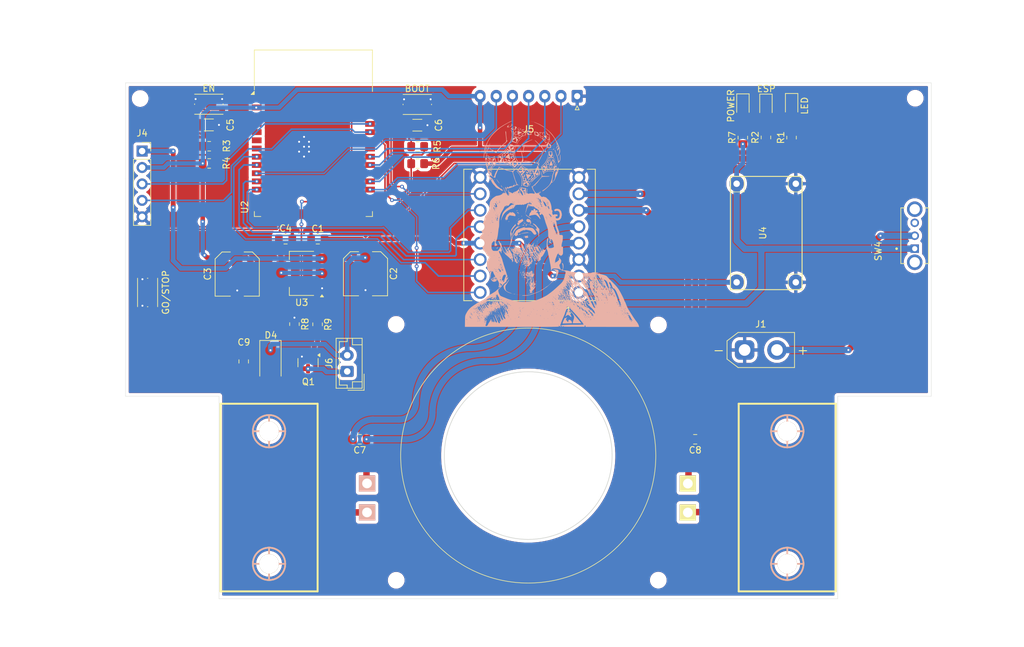
<source format=kicad_pcb>
(kicad_pcb (version 20241229) (generator "pcbnew") (generator_version "9.0")
  (layers (0 "F.Cu" signal) (2 "B.Cu" signal) (13 "F.Paste" user) (15 "B.Paste" user) (5 "F.SilkS" user "F.Silkscreen") (7 "B.SilkS" user "B.Silkscreen") (1 "F.Mask" user) (3 "B.Mask" user) (25 "Edge.Cuts" user))
  (net 0 "")
  (net 1 "GND")
  (net 2 "+5V")
  (net 3 "+3.3V")
  (net 4 "Net-(C5-Pad2)")
  (net 5 "Net-(C6-Pad2)")
  (net 6 "Net-(D1-A)")
  (net 7 "Net-(D2-A)")
  (net 8 "TXD0")
  (net 9 "EN")
  (net 10 "LED")
  (net 11 "RXD0")
  (net 12 "IO0")
  (net 13 "Net-(D3-A)")
  (net 14 "VCC")
  (net 22 "D23")
  (net 25 "Net-(U1-A01)")
  (net 26 "Net-(U1-A02)")
  (net 27 "Net-(U1-B01)")
  (net 28 "Net-(U1-B02)")
  (net 29 "Net-(J1-Pin_2)")
  (net 31 "M1")
  (net 32 "M0")
  (net 33 "M2")
  (net 34 "SIG")
  (net 35 "M3")
  (net 37 "BI1")
  (net 39 "PWMA")
  (net 44 "AI2")
  (net 45 "BI2")
  (net 47 "PWMB")
  (net 48 "AI1")
  (net 49 "D13")
  (net 50 "Net-(D4-A)")
  (net 51 "Net-(Q1-G)")
  (footprint "Capacitor_SMD:C_0805_2012Metric_Pad1.18x1.45mm_HandSolder" (layer "F.Cu") (at 166.5968 153.936798 -90)
    (property "Reference" "C9")
    (property "Value" "0.1uF")
  )
  (footprint "MountingHole:MountingHole_2.2mm_M2" (layer "F.Cu") (at 270.322 113.251998)
    (property "Reference" "H2" (hide yes))
    (property "Value" "Mounting_Hole")
  )
  (footprint "MountingHole:MountingHole_2.2mm_M2" (layer "F.Cu") (at 230.6668 148.296798)
    (property "Reference" "REF**" (hide yes))
    (property "Value" "MountingHole_2.2mm_M2")
  )
  (footprint "RF_Module:ESP32-WROOM-32" (layer "F.Cu") (at 177.3618 121.656798)
    (property "Reference" "U2")
    (property "Value" "ESP32-WROOM-32")
  )
  (footprint "LED_SMD:LED_0805_2012Metric_Pad1.15x1.40mm_HandSolder" (layer "F.Cu") (at 243.71 114.434999 -90)
    (property "Reference" "POWER")
    (property "Value" "POWER")
  )
  (footprint "Capacitor_SMD:C_0805_2012Metric_Pad1.18x1.45mm_HandSolder" (layer "F.Cu") (at 173.0676 135.046098)
    (property "Reference" "C4")
    (property "Value" "100n")
  )
  (footprint "Capacitor_SMD:C_1206_3216Metric_Pad1.33x1.80mm_HandSolder" (layer "F.Cu") (at 161.2168 117.376798 180)
    (property "Reference" "C5")
    (property "Value" "1n")
  )
  (footprint "Button_Switch_SMD:SW_Push_1P1T_NO_CK_KMR2" (layer "F.Cu") (at 161.2168 114.176798)
    (property "Reference" "EN")
    (property "Value" "ENABLE")
  )
  (footprint "MountingHole:MountingHole_2.2mm_M2" (layer "F.Cu") (at 190.1568 187.766798)
    (property "Reference" "REF**" (hide yes))
    (property "Value" "MountingHole_2.2mm_M2")
  )
  (footprint "Resistor_SMD:R_0805_2012Metric_Pad1.20x1.40mm_HandSolder" (layer "F.Cu") (at 193.4676 123.360798)
    (property "Reference" "R6")
    (property "Value" "10k")
  )
  (footprint "Connector_PinSocket_2.54mm:PinSocket_1x05_P2.54mm_Vertical" (layer "F.Cu") (at 150.9068 121.419998)
    (property "Reference" "J4")
    (property "Value" "Programador")
  )
  (footprint "MixLib:Mini360_step-down" (layer "F.Cu") (at 247.3068 134.086798 -90)
    (property "Reference" "U4")
    (property "Value" "Mini360")
  )
  (footprint "Capacitor_SMD:C_0805_2012Metric_Pad1.18x1.45mm_HandSolder" (layer "F.Cu") (at 236.3368 165.966798 180)
    (property "Reference" "C8")
    (property "Value" "100n" (hide yes))
  )
  (footprint "Button_Switch_SMD:SW_Push_1P1T_NO_CK_KMR2" (layer "F.Cu") (at 151.7568 143.276798 -90)
    (property "Reference" "GO/STOP")
    (property "Value" "GO/STOP")
  )
  (footprint "MountingHole:MountingHole_2.2mm_M2" (layer "F.Cu") (at 150.602 113.291998)
    (property "Reference" "H1" (hide yes))
    (property "Value" "Mounting_Hole")
  )
  (footprint "LED_SMD:LED_0805_2012Metric_Pad1.15x1.40mm_HandSolder" (layer "F.Cu") (at 247.266 114.4768 -90)
    (property "Reference" "ESP")
    (property "Value" "POWER")
  )
  (footprint "Bracket:Pololu_Micro_Bracket_Wheel_42mm" (layer "F.Cu") (at 170.5156 174.976798 90)
    (property "Reference" "Bracket1" (hide yes))
    (property "Value" "VAL**" (hide yes))
  )
  (footprint "Connector_JST:JST_XH_S7B-XH-A-1_1x07_P2.50mm_Horizontal" (layer "F.Cu") (at 218.1068 112.936798 180)
    (property "Reference" "J5")
    (property "Value" "Sensores")
  )
  (footprint "Resistor_SMD:R_0805_2012Metric_Pad1.20x1.40mm_HandSolder" (layer "F.Cu") (at 178.0068 148.196798 90)
    (property "Reference" "R9")
    (property "Value" "100")
  )
  (footprint "Diode_SMD:D_SMA" (layer "F.Cu") (at 170.7304 154.206798 -90)
    (property "Reference" "D4")
    (property "Value" "SS34")
  )
  (footprint "Resistor_SMD:R_0805_2012Metric_Pad1.20x1.40mm_HandSolder" (layer "F.Cu") (at 161.2668 120.676798)
    (property "Reference" "R3")
    (property "Value" "470")
  )
  (footprint "Connector_AMASS:AMASS_XT30UPB-M_1x02_P5.0mm_Vertical" (layer "F.Cu") (at 243.9668 152.166798)
    (property "Reference" "J1")
    (property "Value" "XT30")
  )
  (footprint "Capacitor_SMD:C_Elec_6.3x7.7" (layer "F.Cu") (at 165.6 140.430898 -90)
    (property "Reference" "C3")
    (property "Value" "100u")
  )
  (footprint "Package_TO_SOT_SMD:SOT-223-3_TabPin2" (layer "F.Cu") (at 175.5568 140.329298 180)
    (property "Reference" "U3")
    (property "Value" "AMS1117-3.3")
  )
  (footprint "Package_TO_SOT_SMD:SOT-23" (layer "F.Cu") (at 176.5368 154.125198 -90)
    (property "Reference" "Q1")
    (property "Value" "AO3400A")
  )
  (footprint "EESTN5:Cable_3_1,5mm" (layer "F.Cu") (at 235.1002 175.052998 90)
    (property "Reference" "J3" (hide yes))
    (property "Value" "Cable_PAD" (hide yes))
  )
  (footprint "Capacitor_SMD:C_1206_3216Metric_Pad1.33x1.80mm_HandSolder" (layer "F.Cu") (at 193.4168 117.417198 180)
    (property "Reference" "C6")
    (property "Value" "1n")
  )
  (footprint "Capacitor_SMD:C_0805_2012Metric_Pad1.18x1.45mm_HandSolder" (layer "F.Cu") (at 178.046 135.046098 180)
    (property "Reference" "C1")
    (property "Value" "100n")
  )
  (footprint "MountingHole:MountingHole_2.2mm_M2" (layer "F.Cu") (at 190.1468 148.206798)
    (property "Reference" "REF**" (hide yes))
    (property "Value" "MountingHole_2.2mm_M2")
  )
  (footprint "Resistor_SMD:R_0805_2012Metric_Pad1.20x1.40mm_HandSolder" (layer "F.Cu") (at 174.438 148.168798 -90)
    (property "Reference" "R8")
    (property "Value" "47k")
  )
  (footprint "Resistor_SMD:R_0805_2012Metric_Pad1.20x1.40mm_HandSolder" (layer "F.Cu") (at 251.2168 119.336798 90)
    (property "Reference" "R1")
    (property "Value" "470")
  )
  (footprint "Bracket:Pololu_Micro_Bracket_Wheel_42mm" (layer "F.Cu") (at 250.558 174.976798 -90)
    (property "Reference" "Bracket2" (hide yes))
    (property "Value" "VAL**" (hide yes))
  )
  (footprint "Connector_JST:JST_EH_B2B-EH-A_1x02_P2.50mm_Vertical" (layer "F.Cu") (at 182.5868 155.476798 90)
    (property "Reference" "J6")
    (property "Value" "Turbina")
  )
  (footprint "MixLib:SW_EG1247" (layer "F.Cu") (at 270.244301 134.506798 90)
    (property "Reference" "SW4")
    (property "Value" "SW_SPDT")
  )
  (footprint "Resistor_SMD:R_0805_2012Metric_Pad1.20x1.40mm_HandSolder" (layer "F.Cu") (at 161.2668 123.326798 180)
    (property "Reference" "R4")
    (property "Value" "10k")
  )
  (footprint "LED_SMD:LED_0805_2012Metric_Pad1.15x1.40mm_HandSolder" (layer "F.Cu") (at 251.2284 114.384198 -90)
    (property "Reference" "LED")
    (property "Value" "POWER")
  )
  (footprint "Capacitor_SMD:C_Elec_6.3x7.7" (layer "F.Cu") (at 185.412 140.380098 -90)
    (property "Reference" "C2")
    (property "Value" "100u")
  )
  (footprint "Resistor_SMD:R_0805_2012Metric_Pad1.20x1.40mm_HandSolder" (layer "F.Cu") (at 247.266 119.311799 90)
    (property "Reference" "R2")
    (property "Value" "1k")
  )
  (footprint "Resistor_SMD:R_0805_2012Metric_Pad1.20x1.40mm_HandSolder" (layer "F.Cu") (at 243.6984 119.336798 90)
    (property "Reference" "R7")
    (property "Value" "1k")
  )
  (footprint "Resistor_SMD:R_0805_2012Metric_Pad1.20x1.40mm_HandSolder" (layer "F.Cu") (at 193.4676 120.719198)
    (property "Reference" "R5")
    (property "Value" "470")
  )
  (footprint "Capacitor_SMD:C_0805_2012Metric_Pad1.18x1.45mm_HandSolder" (layer "F.Cu") (at 184.5268 165.966798 180)
    (property "Reference" "C7")
    (property "Value" "100n")
  )
  (footprint "TB6612FNG:MODULE_ROB-14450" (layer "F.Cu") (at 210.7492 134.381398 180)
    (property "Reference" "U1")
    (property "Value" "ROB-14450")
  )
  (footprint "MountingHole:MountingHole_2.2mm_M2" (layer "F.Cu") (at 230.6368 187.746798)
    (property "Reference" "REF**" (hide yes))
    (property "Value" "MountingHole_2.2mm_M2")
  )
  (footprint "Button_Switch_SMD:SW_Push_1P1T_NO_CK_KMR2" (layer "F.Cu") (at 193.4168 114.216798)
    (property "Reference" "BOOT")
    (property "Value" "BOOT")
  )
  (footprint "Library:diego_balon" (layer "B.Cu") (at 213.397484 131.315644 180)
    (property "Reference" "G***")
    (property "Value" "LOGO" (hide yes))
  )
  (footprint "EESTN5:Cable_3_1,5mm" (layer "B.Cu") (at 185.5434 175.040598 -90)
    (property "Reference" "J2" (hide yes))
    (property "Value" "Cable_PAD" (hide yes))
  )
  (gr_circle (center 210.5468 168.488798) (end 230.250185 168.488798) (stroke (width 0.1)) (fill no) (layer "F.SilkS"))
  (gr_line (start 148.3468 125.716798) (end 148.344271 159.316798) (stroke (width 0.05)) (layer "Edge.Cuts"))
  (gr_line (start 162.787069 190.636798) (end 258.3488 190.636798) (stroke (width 0.05)) (layer "Edge.Cuts"))
  (gr_line (start 162.787069 159.316798) (end 162.787069 190.636798) (stroke (width 0.05)) (layer "Edge.Cuts"))
  (gr_line (start 258.3488 159.316798) (end 272.791598 159.316798) (stroke (width 0.05)) (layer "Edge.Cuts"))
  (gr_line (start 148.346404 110.876798) (end 148.3468 125.716798) (stroke (width 0.05)) (layer "Edge.Cuts"))
  (gr_line (start 272.7868 110.876798) (end 148.342002 110.876798) (stroke (width 0.05)) (layer "Edge.Cuts"))
  (gr_line (start 148.344271 159.316798) (end 162.787069 159.316798) (stroke (width 0.05)) (layer "Edge.Cuts"))
  (gr_line (start 258.3488 190.636798) (end 258.3488 159.316798) (stroke (width 0.05)) (layer "Edge.Cuts"))
  (gr_circle (center 210.5468 168.488798) (end 223.5048 168.488798) (stroke (width 0.1)) (fill no) (layer "Edge.Cuts"))
  (gr_line (start 272.7868 110.876798) (end 272.791598 159.316798) (stroke (width 0.05)) (layer "Edge.Cuts"))
  (via (at 150.9568 141.226799) (size 0.6) (drill 0.3) (layers "F.Cu" "B.Cu") (net 1))
  (via (at 178.7068 142.629298) (size 0.6) (drill 0.3) (layers "F.Cu" "B.Cu") (net 1))
  (via (at 194.9793 117.417198) (size 0.6) (drill 0.3) (layers "F.Cu" "B.Cu") (net 1))
  (via (at 176.681801 120.746798) (size 0.6) (drill 0.3) (layers "F.Cu" "B.Cu") (net 1))
  (via (at 175.5868 153.187698) (size 0.6) (drill 0.3) (layers "F.Cu" "B.Cu") (net 1))
  (via (at 185.412 142.917597) (size 0.6) (drill 0.3) (layers "F.Cu" "B.Cu") (net 1))
  (via (at 174.438 147.168798) (size 0.6) (drill 0.3) (layers "F.Cu" "B.Cu") (net 1))
  (via (at 150.9568 145.326797) (size 0.6) (drill 0.3) (layers "F.Cu" "B.Cu") (net 1))
  (via (at 175.9193 119.221796) (size 0.6) (drill 0.3) (layers "F.Cu" "B.Cu") (net 1))
  (via (at 176.681799 119.984298) (size 0.6) (drill 0.3) (layers "F.Cu" "B.Cu") (net 1))
  (via (at 165.6 142.968397) (size 0.6) (drill 0.3) (layers "F.Cu" "B.Cu") (net 1))
  (via (at 191.366801 113.416798) (size 0.6) (drill 0.3) (layers "F.Cu" "B.Cu") (net 1))
  (via (at 175.9193 120.746798) (size 0.6) (drill 0.3) (layers "F.Cu" "B.Cu") (net 1))
  (via (at 159.166801 113.376798) (size 0.6) (drill 0.3) (layers "F.Cu" "B.Cu") (net 1))
  (via (at 195.466799 113.416798) (size 0.6) (drill 0.3) (layers "F.Cu" "B.Cu") (net 1))
  (via (at 162.7793 117.376798) (size 0.6) (drill 0.3) (layers "F.Cu" "B.Cu") (net 1))
  (via (at 175.1568 121.509298) (size 0.6) (drill 0.3) (layers "F.Cu" "B.Cu") (net 1))
  (via (at 176.6818 121.509298) (size 0.6) (drill 0.3) (layers "F.Cu" "B.Cu") (net 1))
  (via (at 175.1568 119.984297) (size 0.6) (drill 0.3) (layers "F.Cu" "B.Cu") (net 1))
  (via (at 175.9193 122.271798) (size 0.6) (drill 0.3) (layers "F.Cu" "B.Cu") (net 1))
  (via (at 163.266799 113.376798) (size 0.6) (drill 0.3) (layers "F.Cu" "B.Cu") (net 1))
  (segment (start 185.225301 138.029298) (end 185.3573 137.897298) (width 0.75) (layer "F.Cu") (net 2))
  (segment (start 209.2014 135.651398) (end 214.2814 140.731398) (width 0.75) (layer "F.Cu") (net 2))
  (segment (start 185.4516 135.631998) (end 185.412 135.631998) (width 0.75) (layer "F.Cu") (net 2))
  (segment (start 178.7068 138.029298) (end 185.225301 138.029298) (width 0.75) (layer "F.Cu") (net 2))
  (segment (start 185.412 135.631998) (end 184.8261 135.046098) (width 0.75) (layer "F.Cu") (net 2))
  (segment (start 184.8261 135.046098) (end 179.0835 135.046098) (width 0.75) (layer "F.Cu") (net 2))
  (segment (start 155.71 121.42) (end 155.71 130.14) (width 0.75) (layer "F.Cu") (net 2))
  (segment (start 214.2814 140.731398) (end 214.3368 140.731398) (width 0.75) (layer "F.Cu") (net 2))
  (segment (start 199.2814 135.651398) (end 198.6168 134.986798) (width 0.75) (layer "F.Cu") (net 2))
  (segment (start 209.1468 135.651398) (end 209.2014 135.651398) (width 0.75) (layer "F.Cu") (net 2))
  (segment (start 167.289301 152.206797) (end 166.5968 152.899298) (width 0.75) (layer "F.Cu") (net 2))
  (segment (start 185.412 137.842599) (end 185.412 135.631998) (width 0.75) (layer "F.Cu") (net 2))
  (segment (start 186.0968 134.986798) (end 185.4516 135.631998) (width 0.75) (layer "F.Cu") (net 2))
  (segment (start 198.6168 134.986798) (end 186.0968 134.986798) (width 0.75) (layer "F.Cu") (net 2))
  (segment (start 170.7304 152.206797) (end 167.289301 152.206797) (width 0.75) (layer "F.Cu") (net 2))
  (segment (start 200.5722 135.651398) (end 199.2814 135.651398) (width 0.75) (layer "F.Cu") (net 2))
  (segment (start 185.3573 137.897298) (end 185.412 137.842599) (width 0.75) (layer "F.Cu") (net 2))
  (via (at 155.71 121.42) (size 0.6) (drill 0.3) (layers "F.Cu" "B.Cu") (net 2))
  (via (at 170.7304 152.206797) (size 0.6) (drill 0.3) (layers "F.Cu" "B.Cu") (net 2))
  (via (at 178.7068 138.029298) (size 0.6) (drill 0.3) (layers "F.Cu" "B.Cu") (net 2))
  (via (at 200.5722 135.651398) (size 0.6) (drill 0.3) (layers "F.Cu" "B.Cu") (net 2))
  (via (at 214.3368 140.731398) (size 0.6) (drill 0.3) (layers "F.Cu" "B.Cu") (net 2))
  (via (at 185.3573 137.897298) (size 0.6) (drill 0.3) (layers "F.Cu" "B.Cu") (net 2))
  (via (at 209.1468 135.651398) (size 0.6) (drill 0.3) (layers "F.Cu" "B.Cu") (net 2))
  (via (at 155.71 130.14) (size 0.6) (drill 0.3) (layers "F.Cu" "B.Cu") (net 2))
  (segment (start 183.5463 137.897298) (end 185.3573 137.897298) (width 0.75) (layer "B.Cu") (net 2))
  (segment (start 179.1268 151.256798) (end 180.8468 152.976798) (width 0.75) (layer "B.Cu") (net 2))
  (segment (start 155.71 138.29) (end 155.71 130.14) (width 0.75) (layer "B.Cu") (net 2))
  (segment (start 178.7068 138.029298) (end 165.330702 138.029298) (width 0.75) (layer "B.Cu") (net 2))
  (segment (start 157.26 139.55) (end 156.91 139.55) (width 0.75) (layer "B.Cu") (net 2))
  (segment (start 203.1292 135.651398) (end 200.5722 135.651398) (width 0.75) (layer "B.Cu") (net 2))
  (segment (start 163.9 139.46) (end 163.81 139.55) (width 0.75) (layer "B.Cu") (net 2))
  (segment (start 218.3692 140.731398) (end 214.3368 140.731398) (width 0.75) (layer "B.Cu") (net 2))
  (segment (start 156.91 139.55) (end 155.68 138.32) (width 0.75) (layer "B.Cu") (net 2))
  (segment (start 150.9068 121.419998) (end 155.709998 121.419998) (width 0.75) (layer "B.Cu") (net 2))
  (segment (start 155.71 121.42) (end 154.79 121.42) (width 0.75) (layer "B.Cu") (net 2))
  (segment (start 163.81 139.55) (end 157.26 139.55) (width 0.75) (layer "B.Cu") (net 2))
  (segment (start 223.8614 140.731398) (end 218.3692 140.731398) (width 0.75) (layer "B.Cu") (net 2))
  (segment (start 182.5868 152.976798) (end 182.5868 138.856798) (width 0.75) (layer "B.Cu") (net 2))
  (segment (start 155.709998 121.419998) (end 155.71 121.42) (width 0.75) (layer "B.Cu") (net 2))
  (segment (start 171.0068 151.256798) (end 179.1268 151.256798) (width 0.75) (layer "B.Cu") (net 2))
  (segment (start 170.7304 152.206797) (end 170.7304 151.533198) (width 0.75) (layer "B.Cu") (net 2))
  (segment (start 180.8468 152.976798) (end 182.5868 152.976798) (width 0.75) (layer "B.Cu") (net 2))
  (segment (start 205.0568 135.651398) (end 203.1292 135.651398) (width 0.75) (layer "B.Cu") (net 2))
  (segment (start 165.330702 138.029298) (end 163.9 139.46) (width 0.75) (layer "B.Cu") (net 2))
  (segment (start 242.7368 141.706798) (end 224.8368 141.706798) (width 0.75) (layer "B.Cu") (net 2))
  (segment (start 182.5868 138.856798) (end 183.5463 137.897298) (width 0.75) (layer "B.Cu") (net 2))
  (segment (start 170.7304 151.533198) (end 171.0068 151.256798) (width 0.75) (layer "B.Cu") (net 2))
  (segment (start 155.68 138.32) (end 155.71 138.29) (width 0.75) (layer "B.Cu") (net 2))
  (segment (start 200.5722 135.651398) (end 200.5668 135.656798) (width 0.75) (layer "B.Cu") (net 2))
  (segment (start 224.8368 141.706798) (end 223.8614 140.731398) (width 0.75) (layer "B.Cu") (net 2))
  (segment (start 209.1468 135.651398) (end 205.0568 135.651398) (width 0.75) (layer "B.Cu") (net 2))
  (segment (start 160.923401 137.893399) (end 165.6 137.893399) (width 0.7) (layer "F.Cu") (net 3))
  (segment (start 214.1568 121.036798) (end 214.766 121.645998) (width 0.7) (layer "F.Cu") (net 3))
  (segment (start 172.406801 140.329298) (end 172.406801 140.236798) (width 0.7) (layer "F.Cu") (net 3))
  (segment (start 214.766 121.645998) (end 246.5876 121.645998) (width 0.7) (layer "F.Cu") (net 3))
  (segment (start 167.053401 137.893399) (end 165.6 137.893399) (width 0.7) (layer "F.Cu") (net 3))
  (segment (start 196.4628 123.360798) (end 198.7768 121.046798) (width 0.7) (layer "F.Cu") (net 3))
  (segment (start 203.1068 121.056798) (end 203.1268 121.036798) (width 0.7) (layer "F.Cu") (net 3))
  (segment (start 203.0968 121.046798) (end 203.1068 121.056798) (width 0.7) (layer "F.Cu") (net 3))
  (segment (start 194.4676 123.360798) (end 194.4668 123.359998) (width 0.25) (layer "F.Cu") (net 3))
  (segment (start 172.406801 137.596799) (end 172.0301 137.220098) (width 0.7) (layer "F.Cu") (net 3))
  (segment (start 198.7768 121.046798) (end 203.0968 121.046798) (width 0.7) (layer "F.Cu") (net 3))
  (segment (start 247.266 120.967598) (end 247.266 120.311799) (width 0.7) (layer "F.Cu") (net 3))
  (segment (start 203.1268 121.036798) (end 214.1568 121.036798) (width 0.7) (layer "F.Cu") (net 3))
  (segment (start 203.1068 121.056798) (end 203.1068 117.786798) (width 0.7) (layer "F.Cu") (net 3))
  (segment (start 160.2668 123.326798) (end 160.2668 132.336798) (width 0.7) (layer "F.Cu") (net 3))
  (segment (start 172.406801 140.329298) (end 169.4893 140.329298) (width 0.7) (layer "F.Cu") (net 3))
  (segment (start 172.0301 137.220098) (end 172.0301 135.046098) (width 0.7) (layer "F.Cu") (net 3))
  (segment (start 194.4676 123.360798) (end 196.4628 123.360798) (width 0.7) (layer "F.Cu") (net 3))
  (segment (start 160.540001 137.509999) (end 160.923401 137.893399) (width 0.7) (layer "F.Cu") (net 3))
  (segment (start 246.5876 121.645998) (end 247.266 120.967598) (width 0.7) (layer "F.Cu") (net 3))
  (segment (start 172.406801 140.236798) (end 172.406801 137.596799) (width 0.7) (layer "F.Cu") (net 3))
  (segment (start 169.4893 140.329298) (end 167.053401 137.893399) (width 0.7) (layer "F.Cu") (net 3))
  (via (at 160.540001 137.509999) (size 0.6) (drill 0.3) (layers "F.Cu" "B.Cu") (net 3))
  (via (at 178.706799 140.329298) (size 0.6) (drill 0.3) (layers "F.Cu" "B.Cu") (net 3))
  (via (at 203.1068 117.786798) (size 0.6) (drill 0.3) (layers "F.Cu" "B.Cu") (net 3))
  (via (at 160.2668 123.326798) (size 0.6) (drill 0.3) (layers "F.Cu" "B.Cu") (net 3))
  (via (at 172.406801 140.236798) (size 0.6) (drill 0.3) (layers "F.Cu" "B.Cu") (net 3))
  (via (at 168.5368 114.696798) (size 0.6) (drill 0.3) (layers "F.Cu" "B.Cu") (net 3))
  (via (at 160.2668 132.336798) (size 0.6) (drill 0.3) (layers "F.Cu" "B.Cu") (net 3))
  (segment (start 203.1068 112.936798) (end 198.2968 112.936798) (width 0.7) (layer "B.Cu") (net 3))
  (segment (start 178.614299 140.236798) (end 178.706799 140.329298) (width 0.7) (layer "B.Cu") (net 3))
  (segment (start 203.1068 112.936798) (end 203.1068 117.786798) (width 0.7) (layer "B.Cu") (net 3))
  (segment (start 198.2968 112.936798) (end 197.2868 111.926798) (width 0.7) (layer "B.Cu") (net 3))
  (segment (start 172.0668 114.696798) (end 168.5368 114.696798) (width 0.7) (layer "B.Cu") (net 3))
  (segment (start 160.2668 123.326798) (end 160.2668 115.796798) (width 0.7) (layer "B.Cu") (net 3))
  (segment (start 154.9032 123.326798) (end 154.27 123.959998) (width 0.7) (layer "B.Cu") (net 3))
  (segment (start 154.27 123.959998) (end 150.9068 123.959998) (width 0.7) (layer "B.Cu") (net 3))
  (segment (start 160.2668 123.326798) (end 154.9032 123.326798) (width 0.7) (layer "B.Cu") (net 3))
  (segment (start 197.2868 111.926798) (end 174.8368 111.926798) (width 0.7) (layer "B.Cu") (net 3))
  (segment (start 174.8368 111.926798) (end 172.0668 114.696798) (width 0.7) (layer "B.Cu") (net 3))
  (segment (start 172.406801 140.236798) (end 178.614299 140.236798) (width 0.7) (layer "B.Cu") (net 3))
  (segment (start 160.540001 137.509999) (end 160.2668 137.236798) (width 0.7) (layer "B.Cu") (net 3))
  (segment (start 160.2668 115.796798) (end 161.3668 114.696798) (width 0.7) (layer "B.Cu") (net 3))
  (segment (start 161.3668 114.696798) (end 168.5368 114.696798) (width 0.7) (layer "B.Cu") (net 3))
  (segment (start 160.2668 137.236798) (end 160.2668 132.336798) (width 0.7) (layer "B.Cu") (net 3))
  (segment (start 159.6543 117.376798) (end 159.6543 118.504298) (width 0.25) (layer "F.Cu") (net 4))
  (segment (start 160.2668 119.116798) (end 160.2668 120.676798) (width 0.25) (layer "F.Cu") (net 4))
  (segment (start 159.166801 115.866799) (end 159.6543 116.354298) (width 0.25) (layer "F.Cu") (net 4))
  (segment (start 159.166801 114.976798) (end 159.166801 115.866799) (width 0.25) (layer "F.Cu") (net 4))
  (segment (start 159.166801 114.976798) (end 163.266799 114.976798) (width 0.25) (layer "F.Cu") (net 4))
  (segment (start 159.6543 118.504298) (end 160.2668 119.116798) (width 0.25) (layer "F.Cu") (net 4))
  (segment (start 159.6543 116.354298) (end 159.6543 117.376798) (width 0.25) (layer "F.Cu") (net 4))
  (segment (start 192.4676 119.837598) (end 191.8543 119.224298) (width 0.25) (layer "F.Cu") (net 5))
  (segment (start 191.3568 116.146798) (end 191.366801 116.136797) (width 0.25) (layer "F.Cu") (net 5))
  (segment (start 191.8543 117.417198) (end 191.8543 116.644298) (width 0.25) (layer "F.Cu") (net 5))
  (segment (start 191.8543 119.224298) (end 191.8543 117.417198) (width 0.25) (layer "F.Cu") (net 5))
  (segment (start 192.4676 120.719198) (end 192.4676 119.837598) (width 0.25) (layer "F.Cu") (net 5))
  (segment (start 191.366801 115.016798) (end 195.466799 115.016798) (width 0.25) (layer "F.Cu") (net 5))
  (segment (start 191.8543 116.644298) (end 191.3568 116.146798) (width 0.25) (layer "F.Cu") (net 5))
  (segment (start 191.366801 116.136797) (end 191.366801 115.016798) (width 0.25) (layer "F.Cu") (net 5))
  (segment (start 251.2168 115.420797) (end 251.2284 115.409197) (width 0.75) (layer "F.Cu") (net 6))
  (segment (start 251.2168 118.336798) (end 251.2168 115.420797) (width 0.75) (layer "F.Cu") (net 6))
  (segment (start 247.266 118.311799) (end 247.266 115.501799) (width 0.75) (layer "F.Cu") (net 7))
  (via (at 186.1118 117.216798) (size 0.6) (drill 0.3) (layers "F.Cu" "B.Cu") (net 8))
  (segment (start 163.410002 126.499998) (end 150.9068 126.499998) (width 0.25) (layer "B.Cu") (net 8))
  (segment (start 163.9668 125.9432) (end 163.410002 126.499998) (width 0.25) (layer "B.Cu") (net 8))
  (segment (start 163.9668 123.066798) (end 163.9668 125.9432) (width 0.25) (layer "B.Cu") (net 8))
  (segment (start 169.8168 117.216798) (end 163.9668 123.066798) (width 0.25) (layer "B.Cu") (net 8))
  (segment (start 186.1118 117.216798) (end 169.8168 117.216798) (width 0.25) (layer "B.Cu") (net 8))
  (segment (start 165.2068 119.976798) (end 164.5068 120.676798) (width 0.25) (layer "F.Cu") (net 9))
  (segment (start 167.0168 115.946798) (end 165.2068 117.756798) (width 0.25) (layer "F.Cu") (net 9))
  (segment (start 164.5068 120.676798) (end 162.2668 120.676798) (width 0.25) (layer "F.Cu") (net 9))
  (segment (start 162.2668 123.326798) (end 162.2668 120.676798) (width 0.25) (layer "F.Cu") (net 9))
  (segment (start 165.2068 117.756798) (end 165.2068 119.976798) (width 0.25) (layer "F.Cu") (net 9))
  (segment (start 168.611799 115.946798) (end 167.0168 115.946798) (width 0.25) (layer "F.Cu") (net 9))
  (segment (start 251.2168 122.506798) (end 251.2168 120.336798) (width 0.25) (layer "F.Cu") (net 10))
  (segment (start 191.2868 131.166798) (end 199.1218 123.331798) (width 0.25) (layer "F.Cu") (net 10))
  (segment (start 199.1218 123.331798) (end 250.3918 123.331798) (width 0.25) (layer "F.Cu") (net 10))
  (segment (start 183.0818 131.166798) (end 191.2868 131.166798) (width 0.25) (layer "F.Cu") (net 10))
  (segment (start 250.3918 123.331798) (end 251.2168 122.506798) (width 0.25) (layer "F.Cu") (net 10))
  (via (at 186.111802 118.486798) (size 0.6) (drill 0.3) (layers "F.Cu" "B.Cu") (net 11))
  (segment (start 183.3068 118.036798) (end 173.9568 118.036798) (width 0.25) (layer "B.Cu") (net 11))
  (segment (start 163.460002 129.039998) (end 150.9068 129.039998) (width 0.25) (layer "B.Cu") (net 11))
  (segment (start 173.9568 118.036798) (end 170.9168 121.076798) (width 0.25) (layer "B.Cu") (net 11))
  (segment (start 164.6888 123.730225) (end 164.6888 127.8112) (width 0.25) (layer "B.Cu") (net 11))
  (segment (start 170.9168 121.076798) (end 167.342227 121.076798) (width 0.25) (layer "B.Cu") (net 11))
  (segment (start 167.342227 121.076798) (end 164.6888 123.730225) (width 0.25) (layer "B.Cu") (net 11))
  (segment (start 164.6888 127.8112) (end 163.460002 129.039998) (width 0.25) (layer "B.Cu") (net 11))
  (segment (start 186.111802 118.486798) (end 183.7568 118.486798) (width 0.25) (layer "B.Cu") (net 11))
  (segment (start 183.7568 118.486798) (end 183.3068 118.036798) (width 0.25) (layer "B.Cu") (net 11))
  (segment (start 192.4676 122.335998) (end 192.7968 122.006798) (width 0.25) (layer "F.Cu") (net 12))
  (segment (start 192.7968 122.006798) (end 194.1468 122.006798) (width 0.25) (layer "F.Cu") (net 12))
  (segment (start 192.4676 123.360798) (end 192.4676 127.425999) (width 0.25) (layer "F.Cu") (net 12))
  (segment (start 194.4668 120.719998) (end 194.4676 120.719198) (width 0.25) (layer "F.Cu") (net 12))
  (segment (start 192.4676 127.425999) (end 189.9768 129.916799) (width 0.25) (layer "F.Cu") (net 12))
  (segment (start 186.1118 129.916799) (end 189.9768 129.916799) (width 0.25) (layer "F.Cu") (net 12))
  (segment (start 192.4676 123.360798) (end 192.4676 122.335998) (width 0.25) (layer "F.Cu") (net 12))
  (segment (start 194.1468 122.006798) (end 194.4676 121.685998) (width 0.25) (layer "F.Cu") (net 12))
  (segment (start 194.4676 121.685998) (end 194.4676 120.719198) (width 0.25) (layer "F.Cu") (net 12))
  (segment (start 243.6984 118.336798) (end 243.6984 115.471598) (width 0.75) (layer "F.Cu") (net 13))
  (segment (start 243.6984 115.471598) (end 243.71 115.459998) (width 0.75) (layer "F.Cu") (net 13))
  (via (at 243.6984 120.336798) (size 0.6) (drill 0.3) (layers "F.Cu" "B.Cu") (net 14))
  (segment (start 243.6984 123.305198) (end 242.7368 124.266798) (width 0.75) (layer "B.Cu") (net 14))
  (segment (start 246.3968 136.52) (end 244 136.52) (width 1) (layer "B.Cu") (net 14))
  (segment (start 224.1068 144.956798) (end 244.2168 144.956798) (width 1) (layer "B.Cu") (net 14))
  (segment (start 246.710001 136.506799) (end 270.244301 136.506799) (width 1) (layer "B.Cu") (net 14))
  (segment (start 246.5468 142.626798) (end 246.5468 136.67) (width 1) (layer "B.Cu") (net 14))
  (segment (start 246.5468 136.67) (end 246.710001 136.506799) (width 1) (layer "B.Cu") (net 14))
  (segment (start 246.5468 136.67) (end 246.3968 136.52) (width 1) (layer "B.Cu") (net 14))
  (segment (start 242.7368 124.266798) (end 242.7368 126.466798) (width 0.75) (layer "B.Cu") (net 14))
  (segment (start 243.6984 120.336798) (end 243.6984 123.305198) (width 0.75) (layer "B.Cu") (net 14))
  (segment (start 244 136.52) (end 242.7368 135.2568) (width 1) (layer "B.Cu") (net 14))
  (segment (start 244.2168 144.956798) (end 246.5468 142.626798) (width 1) (layer "B.Cu") (net 14))
  (segment (start 218.3692 143.271398) (end 222.4214 143.271398) (width 1) (layer "B.Cu") (net 14))
  (segment (start 222.4214 143.271398) (end 224.1068 144.956798) (width 1) (layer "B.Cu") (net 14))
  (segment (start 242.7368 135.2568) (end 242.7368 126.466798) (width 1) (layer "B.Cu") (net 14))
  (segment (start 177.2568 144.966798) (end 176.5968 144.966798) (width 0.25) (layer "F.Cu") (net 22))
  (segment (start 183.27 116.35) (end 184.943202 114.676798) (width 0.25) (layer "F.Cu") (net 22))
  (segment (start 175.600002 129.24) (end 180.98 129.24) (width 0.25) (layer "F.Cu") (net 22))
  (segment (start 180.98 129.24) (end 183.27 126.95) (width 0.25) (layer "F.Cu") (net 22))
  (segment (start 175.5168 143.886798) (end 175.5168 132.736798) (width 0.25) (layer "F.Cu") (net 22))
  (segment (start 175.5868 129.226798) (end 175.600002 129.24) (width 0.25) (layer "F.Cu") (net 22))
  (segment (start 178.0068 145.716798) (end 177.5368 145.246798) (width 0.25) (layer "F.Cu") (net 22))
  (segment (start 184.943202 114.676798) (end 186.1118 114.676798) (width 0.25) (layer "F.Cu") (net 22))
  (segment (start 177.5368 145.246798) (end 177.2568 144.966798) (width 0.25) (layer "F.Cu") (net 22))
  (segment (start 183.27 126.95) (end 183.27 116.35) (width 0.25) (layer "F.Cu") (net 22))
  (segment (start 176.5968 144.966798) (end 175.5168 143.886798) (width 0.25) (layer "F.Cu") (net 22))
  (segment (start 178.0068 147.196798) (end 178.0068 145.716798) (width 0.25) (layer "F.Cu") (net 22))
  (via (at 175.5168 132.736798) (size 0.6) (drill 0.3) (layers "F.Cu" "B.Cu") (net 22))
  (via (at 175.5868 129.226798) (size 0.6) (drill 0.3) (layers "F.Cu" "B.Cu") (net 22))
  (segment (start 175.5868 129.226798) (end 175.5168 129.296798) (width 0.25) (layer "B.Cu") (net 22))
  (segment (start 175.5168 129.296798) (end 175.5168 132.736798) (width 0.25) (layer "B.Cu") (net 22))
  (segment (start 185.645 172.797798) (end 185.5643 172.717098) (width 1) (layer "F.Cu") (net 25))
  (segment (start 185.5643 172.717098) (end 185.5643 165.966798) (width 1) (layer "F.Cu") (net 25))
  (via (at 185.5643 165.966798) (size 0.6) (drill 0.3) (layers "F.Cu" "B.Cu") (net 25))
  (segment (start 212.1668 140.166798) (end 212.1668 146.206798) (width 1) (layer "B.Cu") (net 25))
  (segment (start 185.5643 165.966798) (end 191.6468 165.966798) (width 1) (layer "B.Cu") (net 25))
  (segment (start 218.3692 135.651398) (end 216.6822 135.651398) (width 1) (layer "B.Cu") (net 25))
  (segment (start 204.4968 153.876798) (end 203.7368 153.876798) (width 1) (layer "B.Cu") (net 25))
  (arc (start 216.6822 135.651398) (mid 213.48933 136.973928) (end 212.1668 140.166798) (width 1) (layer "B.Cu") (net 25))
  (arc (start 203.7368 153.876798) (mid 198.094088 156.214086) (end 195.7568 161.856798) (width 1) (layer "B.Cu") (net 25))
  (arc (start 212.1668 146.206798) (mid 209.920309 151.630307) (end 204.4968 153.876798) (width 1) (layer "B.Cu") (net 25))
  (arc (start 191.6468 165.966798) (mid 194.553009 164.763007) (end 195.7568 161.856798) (width 1) (layer "B.Cu") (net 25))
  (segment (start 182.5368 165.966798) (end 181.8268 166.676798) (width 1) (layer "F.Cu") (net 26))
  (segment (start 181.8268 166.676798) (end 181.8268 176.246798) (width 1) (layer "F.Cu") (net 26))
  (segment (start 181.8268 176.246798) (end 182.8558 177.275798) (width 1) (layer "F.Cu") (net 26))
  (segment (start 183.4893 165.966798) (end 182.5368 165.966798) (width 1) (layer "F.Cu") (net 26))
  (segment (start 182.8558 177.275798) (end 185.645 177.275798) (width 1) (layer "F.Cu") (net 26))
  (via (at 183.4893 165.966798) (size 0.6) (drill 0.3) (layers "F.Cu" "B.Cu") (net 26))
  (segment (start 209.5968 140.916798) (end 209.5968 141.356798) (width 1) (layer "B.Cu") (net 26))
  (segment (start 186.5293 162.926798) (end 190.568398 162.926798) (width 1) (layer "B.Cu") (net 26))
  (segment (start 209.5968 141.356798) (end 209.5968 143.898401) (width 1) (layer "B.Cu") (net 26))
  (segment (start 218.3692 133.111398) (end 217.4022 133.111398) (width 1) (layer "B.Cu") (net 26))
  (arc (start 217.4022 133.111398) (mid 211.882949 135.397547) (end 209.5968 140.916798) (width 1) (layer "B.Cu") (net 26))
  (arc (start 183.4893 165.966798) (mid 184.379695 163.817193) (end 186.5293 162.926798) (width 1) (layer "B.Cu") (net 26))
  (arc (start 201.628401 151.866798) (mid 207.262911 149.532909) (end 209.5968 143.898401) (width 1) (layer "B.Cu") (net 26))
  (arc (start 193.188398 160.306798) (mid 195.660418 154.338818) (end 201.628401 151.866798) (width 1) (layer "B.Cu") (net 26))
  (arc (start 190.568398 162.926798) (mid 192.421018 162.159418) (end 193.188398 160.306798) (width 1) (layer "B.Cu") (net 26))
  (segment (start 237.3743 165.966798) (end 238.4868 165.966798) (width 1) (layer "F.Cu") (net 27))
  (segment (start 238.1178 177.225798) (end 235.3286 177.225798) (width 1) (layer "F.Cu") (net 27))
  (segment (start 238.4868 165.966798) (end 239.1468 166.626798) (width 1) (layer "F.Cu") (net 27))
  (segment (start 239.1468 166.626798) (end 239.1468 176.196798) (width 1) (layer "F.Cu") (net 27))
  (segment (start 227.8368 128.031398) (end 229.5814 128.031398) (width 1) (layer "F.Cu") (net 27))
  (segment (start 237.4168 165.924298) (end 237.3743 165.966798) (width 1) (layer "F.Cu") (net 27))
  (segment (start 237.4168 135.866798) (end 237.4168 165.924298) (width 1) (layer "F.Cu") (net 27))
  (segment (start 239.1468 176.196798) (end 238.1178 177.225798) (width 1) (layer "F.Cu") (net 27))
  (segment (start 229.5814 128.031398) (end 237.4168 135.866798) (width 1) (layer "F.Cu") (net 27))
  (via (at 227.8368 128.031398) (size 0.6) (drill 0.3) (layers "F.Cu" "B.Cu") (net 27))
  (segment (start 227.8368 128.031398) (end 218.3692 128.031398) (width 1) (layer "B.Cu") (net 27))
  (segment (start 235.2668 137.076798) (end 235.2668 165.934298) (width 1) (layer "F.Cu") (net 28))
  (segment (start 235.2993 172.720298) (end 235.2993 166.361798) (width 1) (layer "F.Cu") (net 28))
  (segment (start 235.2993 166.361798) (end 235.2018 166.264298) (width 1) (layer "F.Cu") (net 28))
  (segment (start 228.7614 130.571398) (end 235.2668 137.076798) (width 1) (layer "F.Cu") (net 28))
  (segment (start 235.2018 172.817798) (end 235.2993 172.720298) (width 1) (layer "F.Cu") (net 28))
  (via (at 228.7614 130.571398) (size 0.6) (drill 0.3) (layers "F.Cu" "B.Cu") (net 28))
  (arc (start 235.2668 165.934298) (mid 235.276319 165.957279) (end 235.2993 165.966798) (width 1) (layer "F.Cu") (net 28))
  (segment (start 228.7614 130.571398) (end 218.3692 130.571398) (width 1) (layer "B.Cu") (net 28))
  (segment (start 264.1468 148.016798) (end 264.1468 135.316798) (width 1) (layer "F.Cu") (net 29))
  (segment (start 264.1468 135.316798) (end 264.9568 134.506798) (width 1) (layer "F.Cu") (net 29))
  (segment (start 259.9968 152.166798) (end 264.1468 148.016798) (width 1) (layer "F.Cu") (net 29))
  (via (at 259.9968 152.166798) (size 0.6) (drill 0.3) (layers "F.Cu" "B.Cu") (net 29))
  (via (at 264.9568 134.506798) (size 0.6) (drill 0.3) (layers "F.Cu" "B.Cu") (net 29))
  (segment (start 264.9568 134.506798) (end 270.244301 134.506798) (width 1) (layer "B.Cu") (net 29))
  (segment (start 248.9668 152.166798) (end 259.9968 152.166798) (width 1) (layer "B.Cu") (net 29))
  (via (at 186.1118 123.566798) (size 0.6) (drill 0.3) (layers "F.Cu" "B.Cu") (net 31))
  (segment (start 210.6068 112.936798) (end 210.6068 119.446798) (width 0.25) (layer "B.Cu") (net 31))
  (segment (start 210.6068 119.446798) (end 208.4068 121.646798) (width 0.25) (layer "B.Cu") (net 31))
  (segment (start 187.6068 123.566798) (end 186.1118 123.566798) (width 0.25) (layer "B.Cu") (net 31))
  (segment (start 189.5268 121.646798) (end 187.6068 123.566798) (width 0.25) (layer "B.Cu") (net 31))
  (segment (start 208.4068 121.646798) (end 189.5268 121.646798) (width 0.25) (layer "B.Cu") (net 31))
  (via (at 186.111801 122.296798) (size 0.6) (drill 0.3) (layers "F.Cu" "B.Cu") (net 32))
  (segment (start 188.7468 121.046798) (end 187.4968 122.296798) (width 0.25) (layer "B.Cu") (net 32))
  (segment (start 206.8468 121.046798) (end 188.7468 121.046798) (width 0.25) (layer "B.Cu") (net 32))
  (segment (start 187.4968 122.296798) (end 186.111801 122.296798) (width 0.25) (layer "B.Cu") (net 32))
  (segment (start 208.1068 112.936798) (end 208.1068 119.786798) (width 0.25) (layer "B.Cu") (net 32))
  (segment (start 208.1068 119.786798) (end 206.8468 121.046798) (width 0.25) (layer "B.Cu") (net 32))
  (via (at 186.111799 126.106798) (size 0.6) (drill 0.3) (layers "F.Cu" "B.Cu") (net 33))
  (segment (start 186.111799 126.106798) (end 187.5868 126.106798) (width 0.25) (layer "B.Cu") (net 33))
  (segment (start 187.5868 126.106798) (end 191.3468 122.346798) (width 0.25) (layer "B.Cu") (net 33))
  (segment (start 191.3468 122.346798) (end 210.2868 122.346798) (width 0.25) (layer "B.Cu") (net 33))
  (segment (start 213.1068 112.936798) (end 213.1068 119.526798) (width 0.25) (layer "B.Cu") (net 33))
  (segment (start 210.2868 122.346798) (end 213.1068 119.526798) (width 0.25) (layer "B.Cu") (net 33))
  (via (at 168.5768 124.866798) (size 0.6) (drill 0.3) (layers "F.Cu" "B.Cu") (net 34))
  (segment (start 205.6268 113.156798) (end 205.6068 113.176798) (width 0.25) (layer "B.Cu") (net 34))
  (segment (start 205.6068 113.176798) (end 205.6068 117.986798) (width 0.25) (layer "B.Cu") (net 34))
  (segment (start 179.0168 124.866798) (end 168.5768 124.866798) (width 0.25) (layer "B.Cu") (net 34))
  (segment (start 203.8668 119.726798) (end 188.4768 119.726798) (width 0.25) (layer "B.Cu") (net 34))
  (segment (start 188.4768 119.726798) (end 187.0868 121.116798) (width 0.25) (layer "B.Cu") (net 34))
  (segment (start 182.7668 121.116798) (end 179.0168 124.866798) (width 0.25) (layer "B.Cu") (net 34))
  (segment (start 205.6068 117.986798) (end 203.8668 119.726798) (width 0.25) (layer "B.Cu") (net 34))
  (segment (start 187.0868 121.116798) (end 182.7668 121.116798) (width 0.25) (layer "B.Cu") (net 34))
  (via (at 186.111801 127.376795) (size 0.6) (drill 0.3) (layers "F.Cu" "B.Cu") (net 35))
  (segment (start 190.3668 125.526798) (end 188.516803 127.376795) (width 0.25) (layer "B.Cu") (net 35))
  (segment (start 215.6168 113.016798) (end 215.6068 113.026798) (width 0.25) (layer "B.Cu") (net 35))
  (segment (start 210.9868 123.366798) (end 199.6468 123.366798) (width 0.25) (layer "B.Cu") (net 35))
  (segment (start 199.6468 123.366798) (end 197.4868 125.526798) (width 0.25) (layer "B.Cu") (net 35))
  (segment (start 215.6068 118.746798) (end 210.9868 123.366798) (width 0.25) (layer "B.Cu") (net 35))
  (segment (start 188.516803 127.376795) (end 186.111801 127.376795) (width 0.25) (layer "B.Cu") (net 35))
  (segment (start 197.4868 125.526798) (end 190.3668 125.526798) (width 0.25) (layer "B.Cu") (net 35))
  (segment (start 215.6068 113.026798) (end 215.6068 118.746798) (width 0.25) (layer "B.Cu") (net 35))
  (via (at 168.6118 126.106798) (size 0.6) (drill 0.3) (layers "F.Cu" "B.Cu") (net 37))
  (segment (start 167.9668 133.946798) (end 166.5568 132.536798) (width 0.25) (layer "B.Cu") (net 37))
  (segment (start 166.8868 126.106798) (end 168.6118 126.106798) (width 0.25) (layer "B.Cu") (net 37))
  (segment (start 199.2768 137.626798) (end 191.6868 137.626798) (width 0.25) (layer "B.Cu") (net 37))
  (segment (start 188.0068 133.946798) (end 167.9668 133.946798) (width 0.25) (layer "B.Cu") (net 37))
  (segment (start 203.1292 133.111398) (end 201.2522 133.111398) (width 0.25) (layer "B.Cu") (net 37))
  (segment (start 201.2522 133.111398) (end 199.4168 134.946798) (width 0.25) (layer "B.Cu") (net 37))
  (segment (start 199.4168 137.486798) (end 199.2768 137.626798) (width 0.25) (layer "B.Cu") (net 37))
  (segment (start 166.5568 132.536798) (end 166.5568 126.436798) (width 0.25) (layer "B.Cu") (net 37))
  (segment (start 191.6868 137.626798) (end 188.0068 133.946798) (width 0.25) (layer "B.Cu") (net 37))
  (segment (start 199.4168 134.946798) (end 199.4168 137.486798) (width 0.25) (layer "B.Cu") (net 37))
  (segment (start 166.5568 126.436798) (end 166.8868 126.106798) (width 0.25) (layer "B.Cu") (net 37))
  (segment (start 188.4268 127.796798) (end 188.4268 127.926798) (width 0.25) (layer "F.Cu") (net 39))
  (segment (start 193.3168 136.386798) (end 193.3168 139.228798) (width 0.25) (layer "F.Cu") (net 39))
  (segment (start 186.1118 119.756798) (end 187.6968 119.756798) (width 0.25) (layer "F.Cu") (net 39))
  (segment (start 187.9768 120.036798) (end 188.4268 120.486798) (width 0.25) (layer "F.Cu") (net 39))
  (segment (start 188.4268 127.926798) (end 189.4968 128.996798) (width 0.25) (layer "F.Cu") (net 39))
  (segment (start 187.6968 119.756798) (end 187.9768 120.036798) (width 0.25) (layer "F.Cu") (net 39))
  (segment (start 188.4268 120.486798) (end 188.4268 127.796798) (width 0.25) (layer "F.Cu") (net 39))
  (via (at 193.3168 139.228798) (size 0.6) (drill 0.3) (layers "F.Cu" "B.Cu") (net 39))
  (via (at 189.4968 128.996798) (size 0.6) (drill 0.3) (layers "F.Cu" "B.Cu") (net 39))
  (via (at 193.3168 136.386798) (size 0.6) (drill 0.3) (layers "F.Cu" "B.Cu") (net 39))
  (segment (start 193.3268 131.606798) (end 193.3168 131.616798) (width 0.25) (layer "B.Cu") (net 39))
  (segment (start 193.3168 141.506798) (end 195.0814 143.271398) (width 0.25) (layer "B.Cu") (net 39))
  (segment (start 193.3168 131.616798) (end 193.3168 136.386798) (width 0.25) (layer "B.Cu") (net 39))
  (segment (start 189.4968 128.996798) (end 190.7168 128.996798) (width 0.25) (layer "B.Cu") (net 39))
  (segment (start 193.3168 139.228798) (end 193.3168 141.506798) (width 0.25) (layer "B.Cu") (net 39))
  (segment (start 190.7168 128.996798) (end 193.3268 131.606798) (width 0.25) (layer "B.Cu") (net 39))
  (segment (start 195.0814 143.271398) (end 203.1292 143.271398) (width 0.25) (layer "B.Cu") (net 39))
  (via (at 168.611799 122.296798) (size 0.6) (drill 0.3) (layers "F.Cu" "B.Cu") (net 44))
  (segment (start 190.9168 138.676798) (end 187.2368 134.996798) (width 0.25) (layer "B.Cu") (net 44))
  (segment (start 196.6814 140.731398) (end 194.6268 138.676798) (width 0.25) (layer "B.Cu") (net 44))
  (segment (start 165.0668 133.176798) (end 165.0668 123.886798) (width 0.25) (layer "B.Cu") (net 44))
  (segment (start 203.1292 140.731398) (end 196.6814 140.731398) (width 0.25) (layer "B.Cu") (net 44))
  (segment (start 187.2368 134.996798) (end 166.8868 134.996798) (width 0.25) (layer "B.Cu") (net 44))
  (segment (start 194.6268 138.676798) (end 190.9168 138.676798) (width 0.25) (layer "B.Cu") (net 44))
  (segment (start 166.8868 134.996798) (end 165.0668 133.176798) (width 0.25) (layer "B.Cu") (net 44))
  (segment (start 166.6568 122.296798) (end 168.611799 122.296798) (width 0.25) (layer "B.Cu") (net 44))
  (segment (start 165.0668 123.886798) (end 166.6568 122.296798) (width 0.25) (layer "B.Cu") (net 44))
  (via (at 168.611799 127.376798) (size 0.6) (drill 0.3) (layers "F.Cu" "B.Cu") (net 45))
  (segment (start 201.3122 130.571398) (end 203.1292 130.571398) (width 0.25) (layer "B.Cu") (net 45))
  (segment (start 198.5568 133.326798) (end 201.3122 130.571398) (width 0.25) (layer "B.Cu") (net 45))
  (segment (start 168.611799 127.376798) (end 167.5268 127.376798) (width 0.25) (layer "B.Cu") (net 45))
  (segment (start 188.0968 133.306798) (end 188.1768 133.226798) (width 0.25) (layer "B.Cu") (net 45))
  (segment (start 192.0168 137.066798) (end 198.3168 137.066798) (width 0.25) (layer "B.Cu") (net 45))
  (segment (start 167.1468 127.756798) (end 167.1468 132.326798) (width 0.25) (layer "B.Cu") (net 45))
  (segment (start 167.5268 127.376798) (end 167.1468 127.756798) (width 0.25) (layer "B.Cu") (net 45))
  (segment (start 167.1468 132.326798) (end 168.1268 133.306798) (width 0.25) (layer "B.Cu") (net 45))
  (segment (start 198.5568 136.826798) (end 198.5568 133.326798) (width 0.25) (layer "B.Cu") (net 45))
  (segment (start 188.1768 133.226798) (end 192.0168 137.066798) (width 0.25) (layer "B.Cu") (net 45))
  (segment (start 198.3168 137.066798) (end 198.5568 136.826798) (width 0.25) (layer "B.Cu") (net 45))
  (segment (start 168.1268 133.306798) (end 188.0968 133.306798) (width 0.25) (layer "B.Cu") (net 45))
  (segment (start 188.7868 115.946798) (end 186.111801 115.946798) (width 0.25) (layer "F.Cu") (net 47))
  (segment (start 189.941798 126.901798) (end 189.3568 126.3168) (width 0.25) (layer "F.Cu") (net 47))
  (segment (start 189.3568 116.516798) (end 188.7868 115.946798) (width 0.25) (layer "F.Cu") (net 47))
  (segment (start 191.031798 126.901798) (end 189.941798 126.901798) (width 0.25) (layer "F.Cu") (net 47))
  (segment (start 189.3568 126.3168) (end 189.3568 116.516798) (width 0.25) (layer "F.Cu") (net 47))
  (segment (start 191.05 126.92) (end 191.031798 126.901798) (width 0.25) (layer "F.Cu") (net 47))
  (via (at 191.05 126.92) (size 0.6) (drill 0.3) (layers "F.Cu" "B.Cu") (net 47))
  (segment (start 191.73 127.6) (end 191.740002 127.6) (width 0.25) (layer "B.Cu") (net 47))
  (segment (start 191.740002 127.6) (end 192.1714 128.031398) (width 0.25) (layer "B.Cu") (net 47))
  (segment (start 191.05 126.92) (end 191.73 127.6) (width 0.25) (layer "B.Cu") (net 47))
  (segment (start 192.1714 128.031398) (end 203.1292 128.031398) (width 0.25) (layer "B.Cu") (net 47))
  (via (at 168.6118 123.566798) (size 0.6) (drill 0.3) (layers "F.Cu" "B.Cu") (net 48))
  (segment (start 191.3014 138.191398) (end 203.1292 138.191398) (width 0.25) (layer "B.Cu") (net 48))
  (segment (start 166.6168 123.566798) (end 165.8868 124.296798) (width 0.25) (layer "B.Cu") (net 48))
  (segment (start 168.6118 123.566798) (end 166.6168 123.566798) (width 0.25) (layer "B.Cu") (net 48))
  (segment (start 187.5768 134.466798) (end 191.3014 138.191398) (width 0.25) (layer "B.Cu") (net 48))
  (segment (start 165.8868 124.296798) (end 165.8868 132.926798) (width 0.25) (layer "B.Cu") (net 48))
  (segment (start 167.4268 134.466798) (end 187.5768 134.466798) (width 0.25) (layer "B.Cu") (net 48))
  (segment (start 165.8868 132.926798) (end 167.4268 134.466798) (width 0.25) (layer "B.Cu") (net 48))
  (segment (start 154.5968 133.516798) (end 171.7468 133.516798) (width 0.25) (layer "F.Cu") (net 49))
  (segment (start 152.5568 145.326797) (end 152.5568 141.226799) (width 0.25) (layer "F.Cu") (net 49))
  (segment (start 172.921799 132.341799) (end 172.921799 131.166798) (width 0.25) (layer "F.Cu") (net 49))
  (segment (start 152.5568 135.556798) (end 154.5968 133.516798) (width 0.25) (layer "F.Cu") (net 49))
  (segment (start 152.5568 141.226799) (end 152.5568 135.556798) (width 0.25) (layer "F.Cu") (net 49))
  (segment (start 171.7468 133.516798) (end 172.921799 132.341799) (width 0.25) (layer "F.Cu") (net 49))
  (segment (start 166.5968 155.816798) (end 166.5968 154.974298) (width 0.75) (layer "F.Cu") (net 50))
  (segment (start 174.200899 155.062699) (end 176.5368 155.062699) (width 0.75) (layer "F.Cu") (net 50))
  (segment (start 166.986801 156.206799) (end 166.5968 155.816798) (width 0.75) (layer "F.Cu") (net 50))
  (segment (start 170.7304 156.206799) (end 166.986801 156.206799) (width 0.75) (layer "F.Cu") (net 50))
  (segment (start 173.056799 156.206799) (end 174.200899 155.062699) (width 0.75) (layer "F.Cu") (net 50))
  (segment (start 170.7304 156.206799) (end 173.056799 156.206799) (width 0.75) (layer "F.Cu") (net 50))
  (via (at 176.5368 155.062699) (size 0.6) (drill 0.3) (layers "F.Cu" "B.Cu") (net 50))
  (segment (start 182.5868 155.476798) (end 182.5168 155.546798) (width 0.75) (layer "B.Cu") (net 50))
  (segment (start 178.9068 155.076798) (end 176.550899 155.076798) (width 0.75) (layer "B.Cu") (net 50))
  (segment (start 176.550899 155.076798) (end 176.5368 155.062699) (width 0.75) (layer "B.Cu") (net 50))
  (segment (start 179.3768 155.546798) (end 178.9068 155.076798) (width 0.75) (layer "B.Cu") (net 50))
  (segment (start 182.5168 155.546798) (end 179.3768 155.546798) (width 0.75) (layer "B.Cu") (net 50))
  (segment (start 178.0068 149.196798) (end 174.466 149.196798) (width 0.75) (layer "F.Cu") (net 51))
  (segment (start 178.0068 151.016798) (end 177.4868 151.536798) (width 0.75) (layer "F.Cu") (net 51))
  (segment (start 177.4868 151.536798) (end 177.4868 153.187698) (width 0.75) (layer "F.Cu") (net 51))
  (segment (start 174.466 149.196798) (end 174.438 149.168798) (width 0.75) (layer "F.Cu") (net 51))
  (segment (start 178.0068 149.196798) (end 178.0068 151.016798) (width 0.75) (layer "F.Cu") (net 51))
  (zone (net 1) (net_name "GND") (layers "F.Cu" "B.Cu") (connect_pads (clearance 0.5)) (min_thickness 0.25) (fill yes (thermal_gap 0.5) (thermal_bridge_width 0.5))
    (polygon (pts (xy 128.9568 198.066798) (xy 287.1268 198.066798) (xy 287.1268 98.066798) (xy 128.9568 98.066798)))
  )
)
</source>
